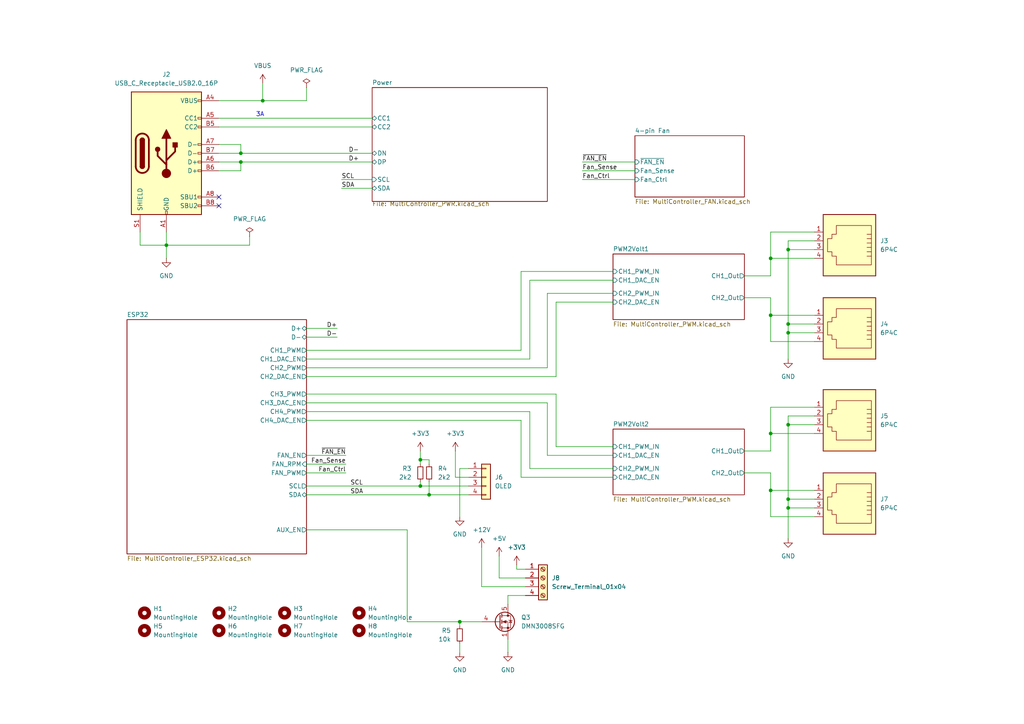
<source format=kicad_sch>
(kicad_sch (version 20250114) (generator "eeschema") (generator_version "9.0")
  (paper "A4")
  (lib_symbols
    (symbol "Connector:6P4C" (pin_names (offset 1.016))
      (property "Reference" "J" (at -5.08 11.43 0))
      (property "Value" "6P4C" (at 2.54 11.43 0))
      (symbol "6P4C_0_1"
        (polyline (pts (xy -6.35 3.175) (xy -5.08 3.175) (xy -5.08 3.175)))
        (polyline (pts (xy -6.35 1.905) (xy -5.08 1.905) (xy -5.08 1.905)))
        (polyline (pts (xy -6.35 0.635) (xy -5.08 0.635) (xy -5.08 0.635)))
        (polyline (pts (xy -6.35 -0.635) (xy -5.08 -0.635) (xy -5.08 -0.635)))
        (polyline (pts (xy -6.35 -1.905) (xy -5.08 -1.905) (xy -5.08 -1.905)))
        (polyline (pts (xy -6.35 -4.445) (xy -6.35 6.985) (xy 3.81 6.985) (xy 3.81 4.445) (xy 5.08 4.445) (xy 5.08 3.175) (xy 6.35 3.175) (xy 6.35 -0.635) (xy 5.08 -0.635) (xy 5.08 -1.905) (xy 3.81 -1.905) (xy 3.81 -4.445) (xy -6.35 -4.445) (xy -6.35 -4.445)))
        (polyline (pts (xy -5.08 4.445) (xy -6.35 4.445) (xy -6.35 4.445)))
        (rectangle (start 7.62 10.16) (end -7.62 -7.62) (stroke (width 0.254)) (fill (type background)))
      )
      (symbol "6P4C_1_1"
        (pin passive line (at 10.16 5.08 180) (length 2.54) (name "~") (number "4"))
        (pin passive line (at 10.16 2.54 180) (length 2.54) (name "~") (number "3"))
        (pin passive line (at 10.16 0 180) (length 2.54) (name "~") (number "2"))
        (pin passive line (at 10.16 -2.54 180) (length 2.54) (name "~") (number "1"))
      )
    )
    (symbol "Connector:Screw_Terminal_01x04" (pin_names (offset 1.016) (hide yes))
      (property "Reference" "J" (at 0 5.08 0))
      (property "Value" "Screw_Terminal_01x04" (at 0 -7.62 0))
      (symbol "Screw_Terminal_01x04_1_1"
        (rectangle (start -1.27 3.81) (end 1.27 -6.35) (stroke (width 0.254)) (fill (type background)))
        (polyline (pts (xy -0.5334 2.8702) (xy 0.3302 2.032)) (stroke (width 0.1524)))
        (polyline (pts (xy -0.5334 0.3302) (xy 0.3302 -0.508)) (stroke (width 0.1524)))
        (polyline (pts (xy -0.5334 -2.2098) (xy 0.3302 -3.048)) (stroke (width 0.1524)))
        (polyline (pts (xy -0.5334 -4.7498) (xy 0.3302 -5.588)) (stroke (width 0.1524)))
        (polyline (pts (xy -0.3556 3.048) (xy 0.508 2.2098)) (stroke (width 0.1524)))
        (polyline (pts (xy -0.3556 0.508) (xy 0.508 -0.3302)) (stroke (width 0.1524)))
        (polyline (pts (xy -0.3556 -2.032) (xy 0.508 -2.8702)) (stroke (width 0.1524)))
        (polyline (pts (xy -0.3556 -4.572) (xy 0.508 -5.4102)) (stroke (width 0.1524)))
        (circle (center 0 2.54) (radius 0.635) (stroke (width 0.1524)))
        (circle (center 0 0) (radius 0.635) (stroke (width 0.1524)))
        (circle (center 0 -2.54) (radius 0.635) (stroke (width 0.1524)))
        (circle (center 0 -5.08) (radius 0.635) (stroke (width 0.1524)))
        (pin passive line (at -5.08 2.54 0) (length 3.81) (name "Pin_1") (number "1"))
        (pin passive line (at -5.08 0 0) (length 3.81) (name "Pin_2") (number "2"))
        (pin passive line (at -5.08 -2.54 0) (length 3.81) (name "Pin_3") (number "3"))
        (pin passive line (at -5.08 -5.08 0) (length 3.81) (name "Pin_4") (number "4"))
      )
    )
    (symbol "Connector:USB_C_Receptacle_USB2.0_16P" (pin_names (offset 1.016))
      (property "Reference" "J" (at 0 22.225 0))
      (property "Value" "USB_C_Receptacle_USB2.0_16P" (at 0 19.685 0))
      (symbol "USB_C_Receptacle_USB2.0_16P_0_0"
        (rectangle (start -0.254 -17.78) (end 0.254 -16.764))
        (rectangle (start 10.16 15.494) (end 9.144 14.986))
        (rectangle (start 10.16 10.414) (end 9.144 9.906))
        (rectangle (start 10.16 7.874) (end 9.144 7.366))
        (rectangle (start 10.16 2.794) (end 9.144 2.286))
        (rectangle (start 10.16 0.254) (end 9.144 -0.254))
        (rectangle (start 10.16 -2.286) (end 9.144 -2.794))
        (rectangle (start 10.16 -4.826) (end 9.144 -5.334))
        (rectangle (start 10.16 -12.446) (end 9.144 -12.954))
        (rectangle (start 10.16 -14.986) (end 9.144 -15.494))
      )
      (symbol "USB_C_Receptacle_USB2.0_16P_0_1"
        (rectangle (start -10.16 17.78) (end 10.16 -17.78) (stroke (width 0.254)) (fill (type background)))
        (polyline (pts (xy -8.89 -3.81) (xy -8.89 3.81)) (stroke (width 0.508)))
        (rectangle (start -7.62 -3.81) (end -6.35 3.81) (stroke (width 0.254)) (fill (type outline)))
        (arc (start -7.62 3.81) (mid -6.985 4.4423) (end -6.35 3.81) (stroke (width 0.254)))
        (arc (start -7.62 3.81) (mid -6.985 4.4423) (end -6.35 3.81) (stroke (width 0.254)) (fill (type outline)))
        (arc (start -8.89 3.81) (mid -6.985 5.7067) (end -5.08 3.81) (stroke (width 0.508)))
        (arc (start -5.08 -3.81) (mid -6.985 -5.7067) (end -8.89 -3.81) (stroke (width 0.508)))
        (arc (start -6.35 -3.81) (mid -6.985 -4.4423) (end -7.62 -3.81) (stroke (width 0.254)))
        (arc (start -6.35 -3.81) (mid -6.985 -4.4423) (end -7.62 -3.81) (stroke (width 0.254)) (fill (type outline)))
        (polyline (pts (xy -5.08 3.81) (xy -5.08 -3.81)) (stroke (width 0.508)))
        (circle (center -2.54 1.143) (radius 0.635) (stroke (width 0.254)) (fill (type outline)))
        (polyline (pts (xy -1.27 4.318) (xy 0 6.858) (xy 1.27 4.318) (xy -1.27 4.318)) (stroke (width 0.254)) (fill (type outline)))
        (polyline (pts (xy 0 -2.032) (xy 2.54 0.508) (xy 2.54 1.778)) (stroke (width 0.508)))
        (polyline (pts (xy 0 -3.302) (xy -2.54 -0.762) (xy -2.54 0.508)) (stroke (width 0.508)))
        (polyline (pts (xy 0 -5.842) (xy 0 4.318)) (stroke (width 0.508)))
        (circle (center 0 -5.842) (radius 1.27) (fill (type outline)))
        (rectangle (start 1.905 1.778) (end 3.175 3.048) (stroke (width 0.254)) (fill (type outline)))
      )
      (symbol "USB_C_Receptacle_USB2.0_16P_1_1"
        (pin passive line (at -7.62 -22.86 90) (length 5.08) (name "SHIELD") (number "S1"))
        (pin passive line (at 0 -22.86 90) (length 5.08) (name "GND") (number "A1"))
        (pin passive line (at 0 -22.86 90) (length 5.08) (hide yes) (name "GND") (number "A12"))
        (pin passive line (at 0 -22.86 90) (length 5.08) (hide yes) (name "GND") (number "B1"))
        (pin passive line (at 0 -22.86 90) (length 5.08) (hide yes) (name "GND") (number "B12"))
        (pin passive line (at 15.24 15.24 180) (length 5.08) (name "VBUS") (number "A4"))
        (pin passive line (at 15.24 15.24 180) (length 5.08) (hide yes) (name "VBUS") (number "A9"))
        (pin passive line (at 15.24 15.24 180) (length 5.08) (hide yes) (name "VBUS") (number "B4"))
        (pin passive line (at 15.24 15.24 180) (length 5.08) (hide yes) (name "VBUS") (number "B9"))
        (pin bidirectional line (at 15.24 10.16 180) (length 5.08) (name "CC1") (number "A5"))
        (pin bidirectional line (at 15.24 7.62 180) (length 5.08) (name "CC2") (number "B5"))
        (pin bidirectional line (at 15.24 2.54 180) (length 5.08) (name "D-") (number "A7"))
        (pin bidirectional line (at 15.24 0 180) (length 5.08) (name "D-") (number "B7"))
        (pin bidirectional line (at 15.24 -2.54 180) (length 5.08) (name "D+") (number "A6"))
        (pin bidirectional line (at 15.24 -5.08 180) (length 5.08) (name "D+") (number "B6"))
        (pin bidirectional line (at 15.24 -12.7 180) (length 5.08) (name "SBU1") (number "A8"))
        (pin bidirectional line (at 15.24 -15.24 180) (length 5.08) (name "SBU2") (number "B8"))
      )
    )
    (symbol "Connector_Generic:Conn_01x04" (pin_names (offset 1.016) (hide yes))
      (property "Reference" "J" (at 0 5.08 0))
      (property "Value" "Conn_01x04" (at 0 -7.62 0))
      (symbol "Conn_01x04_1_1"
        (rectangle (start -1.27 3.81) (end 1.27 -6.35) (stroke (width 0.254)) (fill (type background)))
        (rectangle (start -1.27 2.667) (end 0 2.413) (stroke (width 0.1524)))
        (rectangle (start -1.27 0.127) (end 0 -0.127) (stroke (width 0.1524)))
        (rectangle (start -1.27 -2.413) (end 0 -2.667) (stroke (width 0.1524)))
        (rectangle (start -1.27 -4.953) (end 0 -5.207) (stroke (width 0.1524)))
        (pin passive line (at -5.08 2.54 0) (length 3.81) (name "Pin_1") (number "1"))
        (pin passive line (at -5.08 0 0) (length 3.81) (name "Pin_2") (number "2"))
        (pin passive line (at -5.08 -2.54 0) (length 3.81) (name "Pin_3") (number "3"))
        (pin passive line (at -5.08 -5.08 0) (length 3.81) (name "Pin_4") (number "4"))
      )
    )
    (symbol "Device:R_Small" (pin_numbers (hide yes)) (pin_names (offset 0.254) (hide yes))
      (property "Reference" "R" (at 0.762 0.508 0))
      (property "Value" "R_Small" (at 0.762 -1.016 0))
      (symbol "R_Small_0_1"
        (rectangle (start -0.762 1.778) (end 0.762 -1.778) (stroke (width 0.2032)))
      )
      (symbol "R_Small_1_1"
        (pin passive line (at 0 2.54 270) (length 0.762) (name "~") (number "1"))
        (pin passive line (at 0 -2.54 90) (length 0.762) (name "~") (number "2"))
      )
    )
    (symbol "Mechanical:MountingHole" (pin_names (offset 1.016)) (exclude_from_sim yes) (in_bom no)
      (property "Reference" "H" (at 0 5.08 0))
      (property "Value" "MountingHole" (at 0 3.175 0))
      (symbol "MountingHole_0_1"
        (circle (center 0 0) (radius 1.27) (stroke (width 1.27)))
      )
    )
    (symbol "Transistor_FET:DMN3008SFG" (pin_names (hide yes))
      (property "Reference" "Q" (at 5.08 1.905 0))
      (property "Value" "DMN3008SFG" (at 5.08 0 0))
      (symbol "DMN3008SFG_0_1"
        (polyline (pts (xy -2.54 0) (xy 0.254 0)))
        (polyline (pts (xy 0.254 1.905) (xy 0.254 -1.905)) (stroke (width 0.254)))
        (polyline (pts (xy 0.762 2.286) (xy 0.762 1.27)) (stroke (width 0.254)))
        (polyline (pts (xy 0.762 0.508) (xy 0.762 -0.508)) (stroke (width 0.254)))
        (polyline (pts (xy 0.762 -1.27) (xy 0.762 -2.286)) (stroke (width 0.254)))
        (polyline (pts (xy 0.762 -1.778) (xy 3.302 -1.778) (xy 3.302 1.778) (xy 0.762 1.778)))
        (polyline (pts (xy 1.016 0) (xy 2.032 0.381) (xy 2.032 -0.381) (xy 1.016 0)) (fill (type outline)))
        (circle (center 1.651 0) (radius 2.794) (stroke (width 0.254)))
        (polyline (pts (xy 2.54 2.54) (xy 2.54 1.778)))
        (circle (center 2.54 1.778) (radius 0.254) (fill (type outline)))
        (circle (center 2.54 -1.778) (radius 0.254) (fill (type outline)))
        (polyline (pts (xy 2.54 -2.54) (xy 2.54 0) (xy 0.762 0)))
        (polyline (pts (xy 2.794 0.508) (xy 2.921 0.381) (xy 3.683 0.381) (xy 3.81 0.254)))
        (polyline (pts (xy 3.302 0.381) (xy 2.921 -0.254) (xy 3.683 -0.254) (xy 3.302 0.381)))
      )
      (symbol "DMN3008SFG_1_1"
        (pin passive line (at -5.08 0 0) (length 2.54) (name "G") (number "4"))
        (pin passive line (at 2.54 5.08 270) (length 2.54) (name "D") (number "5"))
        (pin passive line (at 2.54 -5.08 90) (length 2.54) (name "S") (number "1"))
        (pin passive line (at 2.54 -5.08 90) (length 2.54) (hide yes) (name "S") (number "2"))
        (pin passive line (at 2.54 -5.08 90) (length 2.54) (hide yes) (name "S") (number "3"))
      )
    )
    (symbol "power:+12V" (power) (pin_numbers (hide yes)) (pin_names (offset 0) (hide yes))
      (property "Value" "+12V" (at 0 3.556 0))
      (symbol "+12V_0_1"
        (polyline (pts (xy -0.762 1.27) (xy 0 2.54)))
        (polyline (pts (xy 0 2.54) (xy 0.762 1.27)))
        (polyline (pts (xy 0 0) (xy 0 2.54)))
      )
      (symbol "+12V_1_1"
        (pin power_in line (at 0 0 90) (length 0) (name "~") (number "1"))
      )
    )
    (symbol "power:+3V3" (power) (pin_numbers (hide yes)) (pin_names (offset 0) (hide yes))
      (property "Value" "+3V3" (at 0 3.556 0))
      (symbol "+3V3_0_1"
        (polyline (pts (xy -0.762 1.27) (xy 0 2.54)))
        (polyline (pts (xy 0 2.54) (xy 0.762 1.27)))
        (polyline (pts (xy 0 0) (xy 0 2.54)))
      )
      (symbol "+3V3_1_1"
        (pin power_in line (at 0 0 90) (length 0) (name "~") (number "1"))
      )
    )
    (symbol "power:+5V" (power) (pin_numbers (hide yes)) (pin_names (offset 0) (hide yes))
      (property "Value" "+5V" (at 0 3.556 0))
      (symbol "+5V_0_1"
        (polyline (pts (xy -0.762 1.27) (xy 0 2.54)))
        (polyline (pts (xy 0 2.54) (xy 0.762 1.27)))
        (polyline (pts (xy 0 0) (xy 0 2.54)))
      )
      (symbol "+5V_1_1"
        (pin power_in line (at 0 0 90) (length 0) (name "~") (number "1"))
      )
    )
    (symbol "power:GND" (power) (pin_numbers (hide yes)) (pin_names (offset 0) (hide yes))
      (property "Value" "GND" (at 0 -3.81 0))
      (symbol "GND_0_1"
        (polyline (pts (xy 0 0) (xy 0 -1.27) (xy 1.27 -1.27) (xy 0 -2.54) (xy -1.27 -1.27) (xy 0 -1.27)))
      )
      (symbol "GND_1_1"
        (pin power_in line (at 0 0 270) (length 0) (name "~") (number "1"))
      )
    )
    (symbol "power:PWR_FLAG" (power) (pin_numbers (hide yes)) (pin_names (offset 0) (hide yes))
      (property "Value" "PWR_FLAG" (at 0 3.81 0))
      (symbol "PWR_FLAG_0_0"
        (pin power_out line (at 0 0 90) (length 0) (name "~") (number "1"))
      )
      (symbol "PWR_FLAG_0_1"
        (polyline (pts (xy 0 0) (xy 0 1.27) (xy -1.016 1.905) (xy 0 2.54) (xy 1.016 1.905) (xy 0 1.27)))
      )
    )
    (symbol "power:VBUS" (power) (pin_numbers (hide yes)) (pin_names (offset 0) (hide yes))
      (property "Value" "VBUS" (at 0 3.556 0))
      (symbol "VBUS_0_1"
        (polyline (pts (xy -0.762 1.27) (xy 0 2.54)))
        (polyline (pts (xy 0 2.54) (xy 0.762 1.27)))
        (polyline (pts (xy 0 0) (xy 0 2.54)))
      )
      (symbol "VBUS_1_1"
        (pin power_in line (at 0 0 90) (length 0) (name "~") (number "1"))
      )
    )
  )
  (text "3A" (at 75.438 33.274 0) (effects (font (size 1.27 1.27))))
  (junction (at 228.6 72.39))
  (junction (at 76.2 29.21))
  (junction (at 69.85 44.45))
  (junction (at 121.92 140.97))
  (junction (at 223.52 125.73))
  (junction (at 48.26 71.12))
  (junction (at 228.6 96.52))
  (junction (at 121.92 133.35))
  (junction (at 223.52 91.44))
  (junction (at 228.6 144.78))
  (junction (at 69.85 46.99))
  (junction (at 223.52 74.93))
  (junction (at 124.46 143.51))
  (junction (at 228.6 123.19))
  (junction (at 228.6 147.32))
  (junction (at 223.52 142.24))
  (junction (at 228.6 93.98))
  (junction (at 133.35 180.34))
  (no_connect (at 63.5 59.69))
  (no_connect (at 63.5 57.15))
  (wire (pts (xy 223.52 125.73) (xy 236.22 125.73)))
  (wire (pts (xy 215.9 137.16) (xy 223.52 137.16)))
  (wire (pts (xy 228.6 104.14) (xy 228.6 96.52)))
  (wire (pts (xy 153.67 104.14) (xy 153.67 81.28)))
  (wire (pts (xy 228.6 147.32) (xy 236.22 147.32)))
  (wire (pts (xy 228.6 147.32) (xy 228.6 144.78)))
  (wire (pts (xy 153.67 119.38) (xy 88.9 119.38)))
  (wire (pts (xy 118.11 180.34) (xy 133.35 180.34)))
  (wire (pts (xy 121.92 133.35) (xy 121.92 134.62)))
  (wire (pts (xy 223.52 130.81) (xy 223.52 125.73)))
  (wire (pts (xy 228.6 72.39) (xy 228.6 93.98)))
  (wire (pts (xy 40.64 67.31) (xy 40.64 71.12)))
  (wire (pts (xy 228.6 93.98) (xy 236.22 93.98)))
  (wire (pts (xy 88.9 143.51) (xy 124.46 143.51)))
  (wire (pts (xy 40.64 71.12) (xy 48.26 71.12)))
  (wire (pts (xy 63.5 46.99) (xy 69.85 46.99)))
  (wire (pts (xy 72.39 71.12) (xy 48.26 71.12)))
  (wire (pts (xy 99.06 52.07) (xy 107.95 52.07)))
  (wire (pts (xy 153.67 135.89) (xy 153.67 119.38)))
  (wire (pts (xy 121.92 139.7) (xy 121.92 140.97)))
  (wire (pts (xy 153.67 81.28) (xy 177.8 81.28)))
  (wire (pts (xy 63.5 34.29) (xy 107.95 34.29)))
  (wire (pts (xy 88.9 25.4) (xy 88.9 29.21)))
  (wire (pts (xy 228.6 144.78) (xy 236.22 144.78)))
  (wire (pts (xy 69.85 41.91) (xy 69.85 44.45)))
  (wire (pts (xy 139.7 170.18) (xy 139.7 158.75)))
  (wire (pts (xy 133.35 135.89) (xy 135.89 135.89)))
  (wire (pts (xy 168.91 49.53) (xy 184.15 49.53)))
  (wire (pts (xy 133.35 135.89) (xy 133.35 149.86)))
  (wire (pts (xy 223.52 142.24) (xy 223.52 149.86)))
  (wire (pts (xy 69.85 44.45) (xy 107.95 44.45)))
  (wire (pts (xy 228.6 96.52) (xy 236.22 96.52)))
  (wire (pts (xy 88.9 101.6) (xy 151.13 101.6)))
  (wire (pts (xy 48.26 67.31) (xy 48.26 71.12)))
  (wire (pts (xy 223.52 86.36) (xy 223.52 91.44)))
  (wire (pts (xy 124.46 143.51) (xy 135.89 143.51)))
  (wire (pts (xy 152.4 172.72) (xy 147.32 172.72)))
  (wire (pts (xy 161.29 109.22) (xy 161.29 87.63)))
  (wire (pts (xy 158.75 116.84) (xy 158.75 132.08)))
  (wire (pts (xy 121.92 130.81) (xy 121.92 133.35)))
  (wire (pts (xy 228.6 72.39) (xy 236.22 72.39)))
  (wire (pts (xy 121.92 140.97) (xy 135.89 140.97)))
  (wire (pts (xy 152.4 170.18) (xy 139.7 170.18)))
  (wire (pts (xy 132.08 130.81) (xy 132.08 138.43)))
  (wire (pts (xy 151.13 78.74) (xy 177.8 78.74)))
  (wire (pts (xy 118.11 153.67) (xy 118.11 180.34)))
  (wire (pts (xy 215.9 80.01) (xy 223.52 80.01)))
  (wire (pts (xy 88.9 106.68) (xy 158.75 106.68)))
  (wire (pts (xy 228.6 120.65) (xy 228.6 123.19)))
  (wire (pts (xy 88.9 153.67) (xy 118.11 153.67)))
  (wire (pts (xy 151.13 138.43) (xy 177.8 138.43)))
  (wire (pts (xy 149.86 165.1) (xy 152.4 165.1)))
  (wire (pts (xy 158.75 85.09) (xy 177.8 85.09)))
  (wire (pts (xy 88.9 95.25) (xy 97.79 95.25)))
  (wire (pts (xy 236.22 69.85) (xy 228.6 69.85)))
  (wire (pts (xy 135.89 138.43) (xy 132.08 138.43)))
  (wire (pts (xy 223.52 118.11) (xy 236.22 118.11)))
  (wire (pts (xy 88.9 116.84) (xy 158.75 116.84)))
  (wire (pts (xy 161.29 87.63) (xy 177.8 87.63)))
  (wire (pts (xy 228.6 123.19) (xy 236.22 123.19)))
  (wire (pts (xy 223.52 80.01) (xy 223.52 74.93)))
  (wire (pts (xy 72.39 68.58) (xy 72.39 71.12)))
  (wire (pts (xy 149.86 163.83) (xy 149.86 165.1)))
  (wire (pts (xy 223.52 125.73) (xy 223.52 118.11)))
  (wire (pts (xy 69.85 46.99) (xy 69.85 49.53)))
  (wire (pts (xy 63.5 36.83) (xy 107.95 36.83)))
  (wire (pts (xy 223.52 99.06) (xy 236.22 99.06)))
  (wire (pts (xy 76.2 24.13) (xy 76.2 29.21)))
  (wire (pts (xy 223.52 91.44) (xy 223.52 99.06)))
  (wire (pts (xy 124.46 134.62) (xy 124.46 133.35)))
  (wire (pts (xy 147.32 185.42) (xy 147.32 189.23)))
  (wire (pts (xy 168.91 46.99) (xy 184.15 46.99)))
  (wire (pts (xy 88.9 134.62) (xy 100.33 134.62)))
  (wire (pts (xy 228.6 93.98) (xy 228.6 96.52)))
  (wire (pts (xy 223.52 137.16) (xy 223.52 142.24)))
  (wire (pts (xy 228.6 69.85) (xy 228.6 72.39)))
  (wire (pts (xy 88.9 104.14) (xy 153.67 104.14)))
  (wire (pts (xy 124.46 133.35) (xy 121.92 133.35)))
  (wire (pts (xy 215.9 130.81) (xy 223.52 130.81)))
  (wire (pts (xy 161.29 129.54) (xy 177.8 129.54)))
  (wire (pts (xy 88.9 114.3) (xy 161.29 114.3)))
  (wire (pts (xy 228.6 156.21) (xy 228.6 147.32)))
  (wire (pts (xy 63.5 41.91) (xy 69.85 41.91)))
  (wire (pts (xy 223.52 91.44) (xy 236.22 91.44)))
  (wire (pts (xy 88.9 29.21) (xy 76.2 29.21)))
  (wire (pts (xy 69.85 49.53) (xy 63.5 49.53)))
  (wire (pts (xy 144.78 167.64) (xy 144.78 161.29)))
  (wire (pts (xy 223.52 74.93) (xy 236.22 74.93)))
  (wire (pts (xy 228.6 123.19) (xy 228.6 144.78)))
  (wire (pts (xy 133.35 180.34) (xy 139.7 180.34)))
  (wire (pts (xy 158.75 132.08) (xy 177.8 132.08)))
  (wire (pts (xy 223.52 67.31) (xy 223.52 74.93)))
  (wire (pts (xy 88.9 121.92) (xy 151.13 121.92)))
  (wire (pts (xy 88.9 109.22) (xy 161.29 109.22)))
  (wire (pts (xy 151.13 101.6) (xy 151.13 78.74)))
  (wire (pts (xy 99.06 54.61) (xy 107.95 54.61)))
  (wire (pts (xy 124.46 139.7) (xy 124.46 143.51)))
  (wire (pts (xy 223.52 142.24) (xy 236.22 142.24)))
  (wire (pts (xy 223.52 149.86) (xy 236.22 149.86)))
  (wire (pts (xy 88.9 137.16) (xy 100.33 137.16)))
  (wire (pts (xy 88.9 140.97) (xy 121.92 140.97)))
  (wire (pts (xy 177.8 135.89) (xy 153.67 135.89)))
  (wire (pts (xy 133.35 180.34) (xy 133.35 181.61)))
  (wire (pts (xy 69.85 46.99) (xy 107.95 46.99)))
  (wire (pts (xy 168.91 52.07) (xy 184.15 52.07)))
  (wire (pts (xy 48.26 71.12) (xy 48.26 74.93)))
  (wire (pts (xy 215.9 86.36) (xy 223.52 86.36)))
  (wire (pts (xy 152.4 167.64) (xy 144.78 167.64)))
  (wire (pts (xy 76.2 29.21) (xy 63.5 29.21)))
  (wire (pts (xy 69.85 44.45) (xy 63.5 44.45)))
  (wire (pts (xy 236.22 120.65) (xy 228.6 120.65)))
  (wire (pts (xy 88.9 132.08) (xy 100.33 132.08)))
  (wire (pts (xy 133.35 186.69) (xy 133.35 189.23)))
  (wire (pts (xy 161.29 114.3) (xy 161.29 129.54)))
  (wire (pts (xy 88.9 97.79) (xy 97.79 97.79)))
  (wire (pts (xy 151.13 121.92) (xy 151.13 138.43)))
  (wire (pts (xy 158.75 106.68) (xy 158.75 85.09)))
  (wire (pts (xy 223.52 67.31) (xy 236.22 67.31)))
  (wire (pts (xy 147.32 172.72) (xy 147.32 175.26)))
  (label "~{FAN_EN}" (at 168.91 46.99 0))
  (label "D+" (at 104.14 46.99 180))
  (label "Fan_Ctrl" (at 100.33 137.16 180))
  (label "D+" (at 97.79 95.25 180))
  (label "Fan_Sense" (at 100.33 134.62 180))
  (label "SCL" (at 101.6 140.97 0))
  (label "Fan_Ctrl" (at 168.91 52.07 0))
  (label "D-" (at 97.79 97.79 180))
  (label "~{FAN_EN}" (at 100.33 132.08 180))
  (label "SDA" (at 101.6 143.51 0))
  (label "SDA" (at 99.06 54.61 0))
  (label "Fan_Sense" (at 168.91 49.53 0))
  (label "D-" (at 104.14 44.45 180))
  (label "SCL" (at 99.06 52.07 0))
  (symbol (lib_id "Device:R_Small") (at 121.92 137.16 0) (mirror y) (unit 1)
    (property "Reference" "R3" (at 119.38 135.8899 0) (effects (justify left)))
    (property "Value" "2k2" (at 119.38 138.4299 0) (effects (justify left)))
    (property "Footprint" "Resistor_SMD:R_0603_1608Metric" (effects (hide yes)))
    (property "Description" "Resistor, small symbol" (effects (hide yes)))
  )
  (symbol (lib_id "Connector:Screw_Terminal_01x04") (at 157.48 167.64 0) (unit 1)
    (property "Reference" "J8" (at 160.02 167.6399 0) (effects (justify left)))
    (property "Value" "Screw_Terminal_01x04" (at 160.02 170.1799 0) (effects (justify left)))
    (property "Footprint" "TerminalBlock_Phoenix:TerminalBlock_Phoenix_PT-1,5-4-3.5-H_1x04_P3.50mm_Horizontal" (effects (hide yes)))
    (property "Description" "Generic screw terminal, single row, 01x04, script generated (kicad-library-utils/schlib/autogen/connector/)" (effects (hide yes)))
    (property "MPN" "1984633" (effects (hide yes)))
  )
  (symbol (lib_id "Mechanical:MountingHole") (at 82.55 182.88 0) (unit 1) (exclude_from_sim yes) (in_bom no)
    (property "Reference" "H7" (at 85.09 181.6099 0) (effects (justify left)))
    (property "Value" "MountingHole" (at 85.09 184.1499 0) (effects (justify left)))
    (property "Footprint" "MountingHole:MountingHole_2.2mm_M2" (effects (hide yes)))
    (property "Description" "Mounting Hole without connection" (effects (hide yes)))
  )
  (symbol (lib_id "Device:R_Small") (at 124.46 137.16 0) (unit 1)
    (property "Reference" "R4" (at 127 135.8899 0) (effects (justify left)))
    (property "Value" "2k2" (at 127 138.4299 0) (effects (justify left)))
    (property "Footprint" "Resistor_SMD:R_0603_1608Metric" (effects (hide yes)))
    (property "Description" "Resistor, small symbol" (effects (hide yes)))
  )
  (symbol (lib_id "power:+3V3") (at 132.08 130.81 0) (unit 1)
    (property "Reference" "#PWR09" (effects (hide yes)))
    (property "Value" "+3V3" (at 132.08 125.73 0))
    (property "Description" "Power symbol creates a global label with name \"+3V3\"" (effects (hide yes)))
  )
  (symbol (lib_id "power:GND") (at 147.32 189.23 0) (unit 1)
    (property "Reference" "#PWR016" (effects (hide yes)))
    (property "Value" "GND" (at 147.32 194.31 0))
    (property "Description" "Power symbol creates a global label with name \"GND\" , ground" (effects (hide yes)))
  )
  (symbol (lib_id "power:GND") (at 48.26 74.93 0) (unit 1)
    (property "Reference" "#PWR06" (effects (hide yes)))
    (property "Value" "GND" (at 48.26 80.01 0))
    (property "Description" "Power symbol creates a global label with name \"GND\" , ground" (effects (hide yes)))
  )
  (symbol (lib_id "Mechanical:MountingHole") (at 63.5 177.8 0) (unit 1) (exclude_from_sim yes) (in_bom no)
    (property "Reference" "H2" (at 66.04 176.5299 0) (effects (justify left)))
    (property "Value" "MountingHole" (at 66.04 179.0699 0) (effects (justify left)))
    (property "Footprint" "MountingHole:MountingHole_3.2mm_M3_DIN965" (effects (hide yes)))
    (property "Description" "Mounting Hole without connection" (effects (hide yes)))
  )
  (symbol (lib_id "power:+12V") (at 139.7 158.75 0) (unit 1)
    (property "Reference" "#PWR012" (effects (hide yes)))
    (property "Value" "+12V" (at 139.7 153.67 0))
    (property "Description" "Power symbol creates a global label with name \"+12V\"" (effects (hide yes)))
  )
  (symbol (lib_id "power:GND") (at 228.6 104.14 0) (unit 1)
    (property "Reference" "#PWR07" (effects (hide yes)))
    (property "Value" "GND" (at 228.6 109.22 0))
    (property "Description" "Power symbol creates a global label with name \"GND\" , ground" (effects (hide yes)))
  )
  (symbol (lib_id "power:+5V") (at 144.78 161.29 0) (unit 1)
    (property "Reference" "#PWR013" (effects (hide yes)))
    (property "Value" "+5V" (at 144.78 156.21 0))
    (property "Description" "Power symbol creates a global label with name \"+5V\"" (effects (hide yes)))
  )
  (symbol (lib_id "Connector:USB_C_Receptacle_USB2.0_16P") (at 48.26 44.45 0) (unit 1)
    (property "Reference" "J2" (at 48.26 21.59 0))
    (property "Value" "USB_C_Receptacle_USB2.0_16P" (at 48.26 24.13 0))
    (property "Footprint" "Connector_USB:USB_C_Receptacle_XKB_U262-16XN-4BVC11" (effects (hide yes)))
    (property "Datasheet" "https://www.usb.org/sites/default/files/documents/usb_type-c.zip" (effects (hide yes)))
    (property "Description" "USB 2.0-only 16P Type-C Receptacle connector" (effects (hide yes)))
    (property "MPN" "U262-161N-4BVC11 " (effects (hide yes)))
    (property "JLCPCB Part #" "C319148" (effects (hide yes)))
  )
  (symbol (lib_id "power:GND") (at 133.35 149.86 0) (unit 1)
    (property "Reference" "#PWR010" (effects (hide yes)))
    (property "Value" "GND" (at 133.35 154.94 0))
    (property "Description" "Power symbol creates a global label with name \"GND\" , ground" (effects (hide yes)))
  )
  (symbol (lib_id "power:PWR_FLAG") (at 72.39 68.58 0) (unit 1)
    (property "Reference" "#FLG03" (effects (hide yes)))
    (property "Value" "PWR_FLAG" (at 72.39 63.5 0))
    (property "Description" "Special symbol for telling ERC where power comes from" (effects (hide yes)))
  )
  (symbol (lib_id "power:VBUS") (at 76.2 24.13 0) (unit 1)
    (property "Reference" "#PWR03" (effects (hide yes)))
    (property "Value" "VBUS" (at 76.2 19.05 0))
    (property "Description" "Power symbol creates a global label with name \"VBUS\"" (effects (hide yes)))
  )
  (symbol (lib_id "Mechanical:MountingHole") (at 41.91 182.88 0) (unit 1) (exclude_from_sim yes) (in_bom no)
    (property "Reference" "H5" (at 44.45 181.6099 0) (effects (justify left)))
    (property "Value" "MountingHole" (at 44.45 184.1499 0) (effects (justify left)))
    (property "Footprint" "MountingHole:MountingHole_3.2mm_M3_DIN965" (effects (hide yes)))
    (property "Description" "Mounting Hole without connection" (effects (hide yes)))
  )
  (symbol (lib_id "Device:R_Small") (at 133.35 184.15 0) (mirror y) (unit 1)
    (property "Reference" "R5" (at 130.81 182.8799 0) (effects (justify left)))
    (property "Value" "10k" (at 130.81 185.4199 0) (effects (justify left)))
    (property "Footprint" "Resistor_SMD:R_0603_1608Metric" (effects (hide yes)))
    (property "Description" "Resistor, small symbol" (effects (hide yes)))
  )
  (symbol (lib_id "Mechanical:MountingHole") (at 104.14 182.88 0) (unit 1) (exclude_from_sim yes) (in_bom no)
    (property "Reference" "H8" (at 106.68 181.6099 0) (effects (justify left)))
    (property "Value" "MountingHole" (at 106.68 184.1499 0) (effects (justify left)))
    (property "Footprint" "MountingHole:MountingHole_2.2mm_M2" (effects (hide yes)))
    (property "Description" "Mounting Hole without connection" (effects (hide yes)))
  )
  (symbol (lib_id "Connector_Generic:Conn_01x04") (at 140.97 138.43 0) (unit 1)
    (property "Reference" "J6" (at 143.51 138.4299 0) (effects (justify left)))
    (property "Value" "OLED" (at 143.51 140.9699 0) (effects (justify left)))
    (property "Footprint" "MultiController_customFP:PinSocket_1x04_P2.54mm_Vertical_SMD_drill_Pin1Right" (effects (hide yes)))
    (property "Description" "Generic connector, single row, 01x04, script generated (kicad-library-utils/schlib/autogen/connector/)" (effects (hide yes)))
    (property "MPN" "BG306-04-A-1-0400-L-B " (effects (hide yes)))
    (property "JLCPCB Part #" "C7219867" (effects (hide yes)))
  )
  (symbol (lib_id "power:GND") (at 133.35 189.23 0) (unit 1)
    (property "Reference" "#PWR015" (effects (hide yes)))
    (property "Value" "GND" (at 133.35 194.31 0))
    (property "Description" "Power symbol creates a global label with name \"GND\" , ground" (effects (hide yes)))
  )
  (symbol (lib_id "power:+3V3") (at 121.92 130.81 0) (unit 1)
    (property "Reference" "#PWR08" (effects (hide yes)))
    (property "Value" "+3V3" (at 121.92 125.73 0))
    (property "Description" "Power symbol creates a global label with name \"+3V3\"" (effects (hide yes)))
  )
  (symbol (lib_id "Mechanical:MountingHole") (at 82.55 177.8 0) (unit 1) (exclude_from_sim yes) (in_bom no)
    (property "Reference" "H3" (at 85.09 176.5299 0) (effects (justify left)))
    (property "Value" "MountingHole" (at 85.09 179.0699 0) (effects (justify left)))
    (property "Footprint" "MountingHole:MountingHole_2.2mm_M2" (effects (hide yes)))
    (property "Description" "Mounting Hole without connection" (effects (hide yes)))
  )
  (symbol (lib_id "power:PWR_FLAG") (at 88.9 25.4 0) (unit 1)
    (property "Reference" "#FLG01" (effects (hide yes)))
    (property "Value" "PWR_FLAG" (at 88.9 20.32 0))
    (property "Description" "Special symbol for telling ERC where power comes from" (effects (hide yes)))
  )
  (symbol (lib_id "Connector:6P4C") (at 246.38 144.78 180) (unit 1)
    (property "Reference" "J7" (at 255.27 144.7799 0) (effects (justify right)))
    (property "Value" "6P4C" (at 255.27 147.3199 0) (effects (justify right)))
    (property "Footprint" "Connector_RJ:RJ14_Connfly_DS1133-S4_Horizontal" (effects (hide yes)))
    (property "Datasheet" "https://app.adam-tech.com/products/download/data_sheet/203851/mtj-642bx2-data-sheet.pdf" (effects (hide yes)))
    (property "Description" "RJ connector, 6P4C (6 positions 4 connected), RJ13/RJ14" (effects (hide yes)))
    (property "MPN" "DS1133-S40BPX" (effects (hide yes)))
    (property "JLCPCB Part #" "C77856" (effects (hide yes)))
  )
  (symbol (lib_id "Connector:6P4C") (at 246.38 120.65 180) (unit 1)
    (property "Reference" "J5" (at 255.27 120.6499 0) (effects (justify right)))
    (property "Value" "6P4C" (at 255.27 123.1899 0) (effects (justify right)))
    (property "Footprint" "Connector_RJ:RJ14_Connfly_DS1133-S4_Horizontal" (effects (hide yes)))
    (property "Datasheet" "https://app.adam-tech.com/products/download/data_sheet/203851/mtj-642bx2-data-sheet.pdf" (effects (hide yes)))
    (property "Description" "RJ connector, 6P4C (6 positions 4 connected), RJ13/RJ14" (effects (hide yes)))
    (property "MPN" "DS1133-S40BPX" (effects (hide yes)))
    (property "JLCPCB Part #" "C77856" (effects (hide yes)))
  )
  (symbol (lib_id "Mechanical:MountingHole") (at 104.14 177.8 0) (unit 1) (exclude_from_sim yes) (in_bom no)
    (property "Reference" "H4" (at 106.68 176.5299 0) (effects (justify left)))
    (property "Value" "MountingHole" (at 106.68 179.0699 0) (effects (justify left)))
    (property "Footprint" "MountingHole:MountingHole_2.2mm_M2" (effects (hide yes)))
    (property "Description" "Mounting Hole without connection" (effects (hide yes)))
  )
  (symbol (lib_id "Mechanical:MountingHole") (at 63.5 182.88 0) (unit 1) (exclude_from_sim yes) (in_bom no)
    (property "Reference" "H6" (at 66.04 181.6099 0) (effects (justify left)))
    (property "Value" "MountingHole" (at 66.04 184.1499 0) (effects (justify left)))
    (property "Footprint" "MountingHole:MountingHole_3.2mm_M3_DIN965" (effects (hide yes)))
    (property "Description" "Mounting Hole without connection" (effects (hide yes)))
  )
  (symbol (lib_id "Transistor_FET:DMN3008SFG") (at 144.78 180.34 0) (unit 1)
    (property "Reference" "Q3" (at 151.13 179.0699 0) (effects (justify left)))
    (property "Value" "DMN3008SFG" (at 151.13 181.6099 0) (effects (justify left)))
    (property "Footprint" "Package_SON:Diodes_PowerDI3333-8" (effects (hide yes)))
    (property "Datasheet" "https://www.diodes.com/assets/Datasheets/DMN3008SFG.pdf" (effects (hide yes)))
    (property "Description" "17.6A Id, 30V Vds, N-Channel Power MOSFET, 4.4mOhm Ron, 86nC Qg (typ), PowerDI3333-8" (effects (hide yes)))
    (property "MPN" "DMN3008SFG-7 " (effects (hide yes)))
    (property "JLCPCB Part #" "C384563" (effects (hide yes)))
  )
  (symbol (lib_id "Mechanical:MountingHole") (at 41.91 177.8 0) (unit 1) (exclude_from_sim yes) (in_bom no)
    (property "Reference" "H1" (at 44.45 176.5299 0) (effects (justify left)))
    (property "Value" "MountingHole" (at 44.45 179.0699 0) (effects (justify left)))
    (property "Footprint" "MountingHole:MountingHole_3.2mm_M3_DIN965" (effects (hide yes)))
    (property "Description" "Mounting Hole without connection" (effects (hide yes)))
  )
  (symbol (lib_id "power:GND") (at 228.6 156.21 0) (unit 1)
    (property "Reference" "#PWR011" (effects (hide yes)))
    (property "Value" "GND" (at 228.6 161.29 0))
    (property "Description" "Power symbol creates a global label with name \"GND\" , ground" (effects (hide yes)))
  )
  (symbol (lib_id "Connector:6P4C") (at 246.38 69.85 180) (unit 1)
    (property "Reference" "J3" (at 255.27 69.8499 0) (effects (justify right)))
    (property "Value" "6P4C" (at 255.27 72.3899 0) (effects (justify right)))
    (property "Footprint" "Connector_RJ:RJ14_Connfly_DS1133-S4_Horizontal" (effects (hide yes)))
    (property "Datasheet" "https://app.adam-tech.com/products/download/data_sheet/203851/mtj-642bx2-data-sheet.pdf" (effects (hide yes)))
    (property "Description" "RJ connector, 6P4C (6 positions 4 connected), RJ13/RJ14" (effects (hide yes)))
    (property "MPN" "DS1133-S40BPX" (effects (hide yes)))
    (property "JLCPCB Part #" "C77856" (effects (hide yes)))
  )
  (symbol (lib_id "power:+3V3") (at 149.86 163.83 0) (unit 1)
    (property "Reference" "#PWR014" (effects (hide yes)))
    (property "Value" "+3V3" (at 149.86 158.75 0))
    (property "Description" "Power symbol creates a global label with name \"+3V3\"" (effects (hide yes)))
  )
  (symbol (lib_id "Connector:6P4C") (at 246.38 93.98 180) (unit 1)
    (property "Reference" "J4" (at 255.27 93.9799 0) (effects (justify right)))
    (property "Value" "6P4C" (at 255.27 96.5199 0) (effects (justify right)))
    (property "Footprint" "Connector_RJ:RJ14_Connfly_DS1133-S4_Horizontal" (effects (hide yes)))
    (property "Datasheet" "https://app.adam-tech.com/products/download/data_sheet/203851/mtj-642bx2-data-sheet.pdf" (effects (hide yes)))
    (property "Description" "RJ connector, 6P4C (6 positions 4 connected), RJ13/RJ14" (effects (hide yes)))
    (property "MPN" "DS1133-S40BPX" (effects (hide yes)))
    (property "JLCPCB Part #" "C77856" (effects (hide yes)))
  )
  (sheet (at 107.95 25.4) (size 50.8 33.02) (stroke (width 0.1524))
    (property "Sheetname" "Power" (at 107.95 24.6884 0) (effects (justify left bottom)))
    (property "Sheetfile" "MultiController_PWR.kicad_sch" (at 107.95 58.3696 0) (effects (justify left top)))
    (pin "CC1" bidirectional (at 107.95 34.29 180))
    (pin "CC2" bidirectional (at 107.95 36.83 180))
    (pin "DN" bidirectional (at 107.95 44.45 180))
    (pin "DP" bidirectional (at 107.95 46.99 180))
    (pin "SCL" input (at 107.95 52.07 180))
    (pin "SDA" bidirectional (at 107.95 54.61 180))
  )
  (sheet (at 177.8 124.46) (size 38.1 19.05) (stroke (width 0.1524))
    (property "Sheetname" "PWM2Volt2" (at 177.8 123.7484 0) (effects (justify left bottom)))
    (property "Sheetfile" "MultiController_PWM.kicad_sch" (at 177.8 144.0946 0) (effects (justify left top)))
    (pin "CH1_DAC_EN" input (at 177.8 132.08 180))
    (pin "CH1_PWM_IN" input (at 177.8 129.54 180))
    (pin "CH2_PWM_IN" input (at 177.8 135.89 180))
    (pin "CH2_DAC_EN" input (at 177.8 138.43 180))
    (pin "CH2_Out" output (at 215.9 137.16 0))
    (pin "CH1_Out" output (at 215.9 130.81 0))
  )
  (sheet (at 184.15 39.37) (size 31.75 17.78) (stroke (width 0.1524))
    (property "Sheetname" "4-pin Fan" (at 184.15 38.6584 0) (effects (justify left bottom)))
    (property "Sheetfile" "MultiController_FAN.kicad_sch" (at 184.15 57.7346 0) (effects (justify left top)))
    (pin "Fan_Ctrl" input (at 184.15 52.07 180))
    (pin "Fan_Sense" input (at 184.15 49.53 180))
    (pin "~{FAN_EN}" input (at 184.15 46.99 180))
  )
  (sheet (at 177.8 73.66) (size 38.1 19.05) (stroke (width 0.1524))
    (property "Sheetname" "PWM2Volt1" (at 177.8 72.9484 0) (effects (justify left bottom)))
    (property "Sheetfile" "MultiController_PWM.kicad_sch" (at 177.8 93.2946 0) (effects (justify left top)))
    (pin "CH1_DAC_EN" input (at 177.8 81.28 180))
    (pin "CH1_PWM_IN" input (at 177.8 78.74 180))
    (pin "CH2_PWM_IN" input (at 177.8 85.09 180))
    (pin "CH2_DAC_EN" input (at 177.8 87.63 180))
    (pin "CH2_Out" output (at 215.9 86.36 0))
    (pin "CH1_Out" output (at 215.9 80.01 0))
  )
  (sheet (at 36.83 92.71) (size 52.07 67.945) (stroke (width 0.1524))
    (property "Sheetname" "ESP32" (at 36.83 91.9984 0) (effects (justify left bottom)))
    (property "Sheetfile" "MultiController_ESP32.kicad_sch" (at 36.83 161.2396 0) (effects (justify left top)))
    (pin "D+" bidirectional (at 88.9 95.25 0))
    (pin "D-" bidirectional (at 88.9 97.79 0))
    (pin "SCL" output (at 88.9 140.97 0))
    (pin "SDA" bidirectional (at 88.9 143.51 0))
    (pin "CH1_PWM" output (at 88.9 101.6 0))
    (pin "FAN_PWM" output (at 88.9 137.16 0))
    (pin "FAN_RPM" input (at 88.9 134.62 0))
    (pin "FAN_EN" output (at 88.9 132.08 0))
    (pin "CH4_PWM" output (at 88.9 119.38 0))
    (pin "CH3_PWM" output (at 88.9 114.3 0))
    (pin "CH4_DAC_EN" output (at 88.9 121.92 0))
    (pin "CH3_DAC_EN" output (at 88.9 116.84 0))
    (pin "CH1_DAC_EN" output (at 88.9 104.14 0))
    (pin "CH2_DAC_EN" output (at 88.9 109.22 0))
    (pin "CH2_PWM" output (at 88.9 106.68 0))
    (pin "AUX_EN" output (at 88.9 153.67 0))
  )
)
</source>
